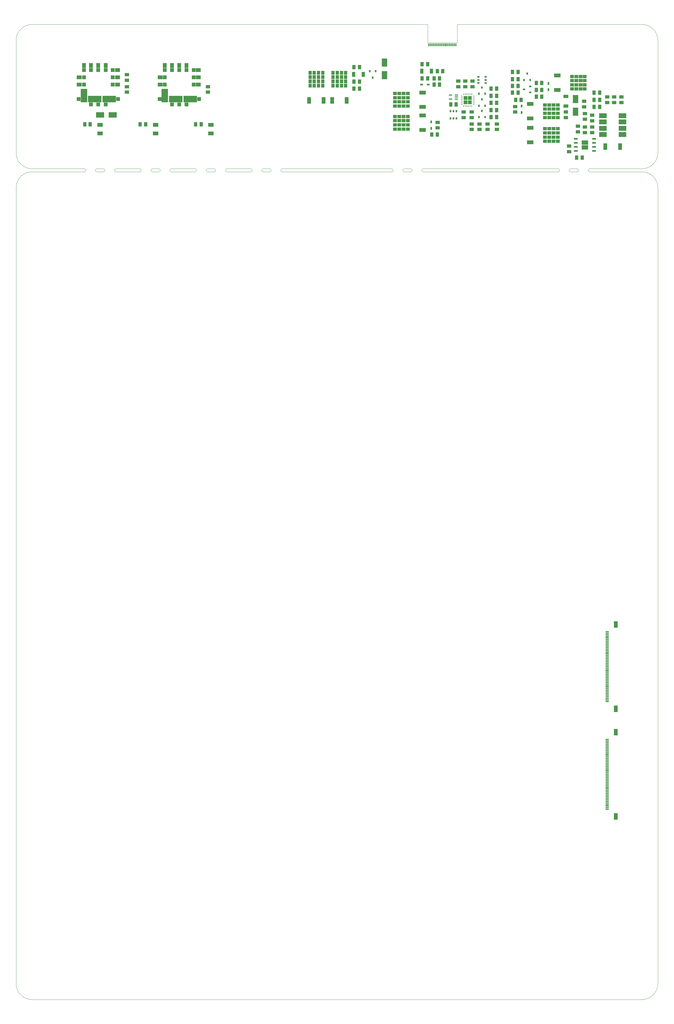
<source format=gbr>
G04 #@! TF.GenerationSoftware,KiCad,Pcbnew,(5.1.6)-1*
G04 #@! TF.CreationDate,2020-08-26T15:11:37+02:00*
G04 #@! TF.ProjectId,element_foxtrot,656c656d-656e-4745-9f66-6f7874726f74,v1.0*
G04 #@! TF.SameCoordinates,Original*
G04 #@! TF.FileFunction,Paste,Top*
G04 #@! TF.FilePolarity,Positive*
%FSLAX46Y46*%
G04 Gerber Fmt 4.6, Leading zero omitted, Abs format (unit mm)*
G04 Created by KiCad (PCBNEW (5.1.6)-1) date 2020-08-26 15:11:37*
%MOMM*%
%LPD*%
G01*
G04 APERTURE LIST*
G04 #@! TA.AperFunction,Profile*
%ADD10C,0.050000*%
G04 #@! TD*
%ADD11R,2.000000X1.350000*%
%ADD12R,1.270000X0.500000*%
%ADD13R,2.400000X1.500000*%
%ADD14R,1.400000X1.100000*%
%ADD15R,1.200000X1.200000*%
%ADD16R,0.250000X0.600000*%
%ADD17R,0.600000X0.250000*%
%ADD18R,1.150000X1.120000*%
%ADD19R,2.150000X1.300000*%
%ADD20R,1.120000X1.150000*%
%ADD21R,1.300000X2.150000*%
%ADD22R,1.050000X1.500000*%
%ADD23R,1.500000X1.050000*%
%ADD24R,0.700000X0.600000*%
%ADD25R,1.300000X2.000000*%
%ADD26R,1.000000X0.300000*%
%ADD27R,1.100000X1.400000*%
%ADD28R,0.350000X0.900000*%
%ADD29R,1.200000X2.070000*%
%ADD30R,0.600000X0.900000*%
%ADD31R,0.860000X0.540000*%
%ADD32R,2.500000X1.700000*%
%ADD33R,0.600000X0.700000*%
%ADD34R,1.000000X0.350000*%
%ADD35R,1.700000X2.500000*%
%ADD36R,1.250000X1.270000*%
%ADD37R,1.270000X1.250000*%
%ADD38R,1.630000X1.270000*%
%ADD39R,1.270000X1.630000*%
%ADD40R,1.270000X1.270000*%
%ADD41R,2.030000X4.320000*%
%ADD42R,4.320000X2.030000*%
%ADD43R,1.750000X1.250000*%
G04 APERTURE END LIST*
D10*
X109000000Y-79000000D02*
X143500000Y-79000000D01*
X143500000Y-78000000D02*
X109000000Y-78000000D01*
X200000000Y-79000000D02*
X202000000Y-79000000D01*
X196000000Y-78000000D02*
X153500000Y-78000000D01*
X147500000Y-79000000D02*
G75*
G02*
X147500000Y-78000000I0J500000D01*
G01*
X153500000Y-79000000D02*
X196000000Y-79000000D01*
X200000000Y-79000000D02*
G75*
G02*
X200000000Y-78000000I0J500000D01*
G01*
X147500000Y-79000000D02*
X149500000Y-79000000D01*
X196000000Y-78000000D02*
G75*
G02*
X196000000Y-79000000I0J-500000D01*
G01*
X143500000Y-78000000D02*
G75*
G02*
X143500000Y-79000000I0J-500000D01*
G01*
X202000000Y-78000000D02*
G75*
G02*
X202000000Y-79000000I0J-500000D01*
G01*
X206000000Y-79000000D02*
G75*
G02*
X206000000Y-78000000I0J500000D01*
G01*
X153500000Y-79000000D02*
G75*
G02*
X153500000Y-78000000I0J500000D01*
G01*
X206000000Y-79000000D02*
X222500000Y-79000000D01*
X222500000Y-78000000D02*
X206000000Y-78000000D01*
X149500000Y-78000000D02*
G75*
G02*
X149500000Y-79000000I0J-500000D01*
G01*
X149500000Y-78000000D02*
X147500000Y-78000000D01*
X202000000Y-78000000D02*
X200000000Y-78000000D01*
X25000000Y-84000000D02*
G75*
G02*
X30000000Y-79000000I5000000J0D01*
G01*
X30000000Y-78000000D02*
G75*
G02*
X25000000Y-73000000I0J5000000D01*
G01*
X227500000Y-335000000D02*
G75*
G02*
X222500000Y-340000000I-5000000J0D01*
G01*
X30000000Y-340000000D02*
G75*
G02*
X25000000Y-335000000I0J5000000D01*
G01*
X99000000Y-78000000D02*
G75*
G02*
X99000000Y-79000000I0J-500000D01*
G01*
X99000000Y-78000000D02*
X91500000Y-78000000D01*
X91500000Y-79000000D02*
G75*
G02*
X91500000Y-78000000I0J500000D01*
G01*
X91500000Y-79000000D02*
X99000000Y-79000000D01*
X81500000Y-78000000D02*
X74000000Y-78000000D01*
X81500000Y-78000000D02*
G75*
G02*
X81500000Y-79000000I0J-500000D01*
G01*
X74000000Y-79000000D02*
G75*
G02*
X74000000Y-78000000I0J500000D01*
G01*
X74000000Y-79000000D02*
X81500000Y-79000000D01*
X50500000Y-79000000D02*
X52500000Y-79000000D01*
X70000000Y-78000000D02*
X68000000Y-78000000D01*
X56500000Y-79000000D02*
X64000000Y-79000000D01*
X68000000Y-79000000D02*
X70000000Y-79000000D01*
X46500000Y-78000000D02*
G75*
G02*
X46500000Y-79000000I0J-500000D01*
G01*
X70000000Y-78000000D02*
G75*
G02*
X70000000Y-79000000I0J-500000D01*
G01*
X52500000Y-78000000D02*
X50500000Y-78000000D01*
X85500000Y-79000000D02*
X87500000Y-79000000D01*
X50500000Y-79000000D02*
G75*
G02*
X50500000Y-78000000I0J500000D01*
G01*
X87500000Y-78000000D02*
X85500000Y-78000000D01*
X68000000Y-79000000D02*
G75*
G02*
X68000000Y-78000000I0J500000D01*
G01*
X46500000Y-78000000D02*
X30000000Y-78000000D01*
X64000000Y-78000000D02*
G75*
G02*
X64000000Y-79000000I0J-500000D01*
G01*
X56500000Y-79000000D02*
G75*
G02*
X56500000Y-78000000I0J500000D01*
G01*
X64000000Y-78000000D02*
X56500000Y-78000000D01*
X30000000Y-79000000D02*
X46500000Y-79000000D01*
X109000000Y-79000000D02*
G75*
G02*
X109000000Y-78000000I0J500000D01*
G01*
X103000000Y-79000000D02*
G75*
G02*
X103000000Y-78000000I0J500000D01*
G01*
X103000000Y-79000000D02*
X105000000Y-79000000D01*
X105000000Y-78000000D02*
X103000000Y-78000000D01*
X52500000Y-78000000D02*
G75*
G02*
X52500000Y-79000000I0J-500000D01*
G01*
X87500000Y-78000000D02*
G75*
G02*
X87500000Y-79000000I0J-500000D01*
G01*
X85500000Y-79000000D02*
G75*
G02*
X85500000Y-78000000I0J500000D01*
G01*
X105000000Y-78000000D02*
G75*
G02*
X105000000Y-79000000I0J-500000D01*
G01*
X25000000Y-73000000D02*
X25000000Y-37500000D01*
X25000000Y-37500000D02*
G75*
G02*
X30000000Y-32500000I5000000J0D01*
G01*
X227500000Y-84000000D02*
X227500000Y-335000000D01*
X222500000Y-79000000D02*
G75*
G02*
X227500000Y-84000000I0J-5000000D01*
G01*
X227500000Y-73000000D02*
G75*
G02*
X222500000Y-78000000I-5000000J0D01*
G01*
X222500000Y-32500000D02*
G75*
G02*
X227500000Y-37500000I0J-5000000D01*
G01*
X154830000Y-38220000D02*
X154830000Y-32500000D01*
X164180000Y-38220000D02*
X154830000Y-38220000D01*
X164180000Y-32500000D02*
X164180000Y-38220000D01*
X164180000Y-32500000D02*
X222500000Y-32500000D01*
X30000000Y-32500000D02*
X154830000Y-32500000D01*
X25000000Y-335000000D02*
X25000000Y-84000000D01*
X222500000Y-340000000D02*
X30000000Y-340000000D01*
X227500000Y-37500000D02*
X227500000Y-73000000D01*
D11*
G04 #@! TO.C,U7*
X204500000Y-69725000D03*
X204500000Y-71275000D03*
D12*
X201642000Y-68595000D03*
X201642000Y-69865000D03*
X201642000Y-71135000D03*
X201642000Y-72405000D03*
X207358000Y-68595000D03*
X207358000Y-69865000D03*
X207358000Y-71135000D03*
X207358000Y-72405000D03*
G04 #@! TD*
D13*
G04 #@! TO.C,L1*
X216350000Y-67250000D03*
X216350000Y-61250000D03*
X216350000Y-65250000D03*
X216350000Y-63250000D03*
X210150000Y-67250000D03*
X210150000Y-65250000D03*
X210150000Y-63250000D03*
X210150000Y-61250000D03*
G04 #@! TD*
D14*
G04 #@! TO.C,C11*
X59940000Y-52125000D03*
X59940000Y-53875000D03*
G04 #@! TD*
G04 #@! TO.C,C10*
X85500000Y-52125000D03*
X85500000Y-53875000D03*
G04 #@! TD*
D15*
G04 #@! TO.C,U2*
X166825000Y-57055000D03*
X168175000Y-57055000D03*
X168175000Y-55705000D03*
X166825000Y-55705000D03*
D16*
X168750000Y-54480000D03*
X168250000Y-54480000D03*
X167750000Y-54480000D03*
X167250000Y-54480000D03*
X166750000Y-54480000D03*
X166250000Y-54480000D03*
D17*
X169400000Y-57630000D03*
X169400000Y-57130000D03*
X169400000Y-56630000D03*
X169400000Y-56130000D03*
X169400000Y-55630000D03*
X169400000Y-55130000D03*
D16*
X168750000Y-58280000D03*
X168250000Y-58280000D03*
X167750000Y-58280000D03*
X167250000Y-58280000D03*
X166750000Y-58280000D03*
X166250000Y-58280000D03*
D17*
X165600000Y-57630000D03*
X165600000Y-57130000D03*
X165600000Y-56630000D03*
X165600000Y-56130000D03*
X165600000Y-55630000D03*
X165600000Y-55130000D03*
G04 #@! TD*
D18*
G04 #@! TO.C,Q6*
X191890000Y-69350000D03*
X191890000Y-68030000D03*
X191890000Y-66710000D03*
X191890000Y-65390000D03*
X193240000Y-69350000D03*
X193240000Y-68030000D03*
X193240000Y-66710000D03*
X193240000Y-65390000D03*
X194590000Y-69350000D03*
X194590000Y-68030000D03*
X194590000Y-66710000D03*
X194590000Y-65390000D03*
X195940000Y-69350000D03*
X195940000Y-68030000D03*
X195940000Y-66710000D03*
X195940000Y-65390000D03*
D19*
X187250000Y-69655000D03*
X187250000Y-65085000D03*
G04 #@! TD*
D20*
G04 #@! TO.C,Q8*
X121730000Y-51795000D03*
X120410000Y-51795000D03*
X119090000Y-51795000D03*
X117770000Y-51795000D03*
X121730000Y-50445000D03*
X120410000Y-50445000D03*
X119090000Y-50445000D03*
X117770000Y-50445000D03*
X121730000Y-49095000D03*
X120410000Y-49095000D03*
X119090000Y-49095000D03*
X117770000Y-49095000D03*
X121730000Y-47745000D03*
X120410000Y-47745000D03*
X119090000Y-47745000D03*
X117770000Y-47745000D03*
D21*
X122035000Y-56435000D03*
X117465000Y-56435000D03*
G04 #@! TD*
D20*
G04 #@! TO.C,Q9*
X128980000Y-51795000D03*
X127660000Y-51795000D03*
X126340000Y-51795000D03*
X125020000Y-51795000D03*
X128980000Y-50445000D03*
X127660000Y-50445000D03*
X126340000Y-50445000D03*
X125020000Y-50445000D03*
X128980000Y-49095000D03*
X127660000Y-49095000D03*
X126340000Y-49095000D03*
X125020000Y-49095000D03*
X128980000Y-47745000D03*
X127660000Y-47745000D03*
X126340000Y-47745000D03*
X125020000Y-47745000D03*
D21*
X129285000Y-56435000D03*
X124715000Y-56435000D03*
G04 #@! TD*
D18*
G04 #@! TO.C,Q4*
X148610000Y-61520000D03*
X148610000Y-62840000D03*
X148610000Y-64160000D03*
X148610000Y-65480000D03*
X147260000Y-61520000D03*
X147260000Y-62840000D03*
X147260000Y-64160000D03*
X147260000Y-65480000D03*
X145910000Y-61520000D03*
X145910000Y-62840000D03*
X145910000Y-64160000D03*
X145910000Y-65480000D03*
X144560000Y-61520000D03*
X144560000Y-62840000D03*
X144560000Y-64160000D03*
X144560000Y-65480000D03*
D19*
X153250000Y-61215000D03*
X153250000Y-65785000D03*
G04 #@! TD*
D18*
G04 #@! TO.C,Q3*
X191890000Y-61850000D03*
X191890000Y-60530000D03*
X191890000Y-59210000D03*
X191890000Y-57890000D03*
X193240000Y-61850000D03*
X193240000Y-60530000D03*
X193240000Y-59210000D03*
X193240000Y-57890000D03*
X194590000Y-61850000D03*
X194590000Y-60530000D03*
X194590000Y-59210000D03*
X194590000Y-57890000D03*
X195940000Y-61850000D03*
X195940000Y-60530000D03*
X195940000Y-59210000D03*
X195940000Y-57890000D03*
D19*
X187250000Y-62155000D03*
X187250000Y-57585000D03*
G04 #@! TD*
D18*
G04 #@! TO.C,Q2*
X148610000Y-54270000D03*
X148610000Y-55590000D03*
X148610000Y-56910000D03*
X148610000Y-58230000D03*
X147260000Y-54270000D03*
X147260000Y-55590000D03*
X147260000Y-56910000D03*
X147260000Y-58230000D03*
X145910000Y-54270000D03*
X145910000Y-55590000D03*
X145910000Y-56910000D03*
X145910000Y-58230000D03*
X144560000Y-54270000D03*
X144560000Y-55590000D03*
X144560000Y-56910000D03*
X144560000Y-58230000D03*
D19*
X153250000Y-53965000D03*
X153250000Y-58535000D03*
G04 #@! TD*
D18*
G04 #@! TO.C,Q1*
X200390000Y-52850000D03*
X200390000Y-51530000D03*
X200390000Y-50210000D03*
X200390000Y-48890000D03*
X201740000Y-52850000D03*
X201740000Y-51530000D03*
X201740000Y-50210000D03*
X201740000Y-48890000D03*
X203090000Y-52850000D03*
X203090000Y-51530000D03*
X203090000Y-50210000D03*
X203090000Y-48890000D03*
X204440000Y-52850000D03*
X204440000Y-51530000D03*
X204440000Y-50210000D03*
X204440000Y-48890000D03*
D19*
X195750000Y-53155000D03*
X195750000Y-48585000D03*
G04 #@! TD*
D22*
G04 #@! TO.C,LD3*
X131475000Y-48250000D03*
X134525000Y-48250000D03*
G04 #@! TD*
D23*
G04 #@! TO.C,LD2*
X198500000Y-55225000D03*
X198500000Y-58275000D03*
G04 #@! TD*
D22*
G04 #@! TO.C,LD1*
X152975000Y-47250000D03*
X156025000Y-47250000D03*
G04 #@! TD*
D24*
G04 #@! TO.C,U6*
X173150000Y-49050000D03*
X173150000Y-50000000D03*
X173150000Y-50950000D03*
X170850000Y-50950000D03*
X170850000Y-50000000D03*
X170850000Y-49050000D03*
G04 #@! TD*
D25*
G04 #@! TO.C,J8*
X214200000Y-255700000D03*
X214200000Y-282300000D03*
D26*
X211500000Y-258000000D03*
X211500000Y-258500000D03*
X211500000Y-259000000D03*
X211500000Y-259500000D03*
X211500000Y-260000000D03*
X211500000Y-260500000D03*
X211500000Y-261000000D03*
X211500000Y-261500000D03*
X211500000Y-262000000D03*
X211500000Y-262500000D03*
X211500000Y-263000000D03*
X211500000Y-263500000D03*
X211500000Y-264000000D03*
X211500000Y-264500000D03*
X211500000Y-265000000D03*
X211500000Y-265500000D03*
X211500000Y-266000000D03*
X211500000Y-266500000D03*
X211500000Y-267000000D03*
X211500000Y-267500000D03*
X211500000Y-268000000D03*
X211500000Y-268500000D03*
X211500000Y-269000000D03*
X211500000Y-269500000D03*
X211500000Y-270000000D03*
X211500000Y-270500000D03*
X211500000Y-271000000D03*
X211500000Y-271500000D03*
X211500000Y-272000000D03*
X211500000Y-272500000D03*
X211500000Y-273000000D03*
X211500000Y-273500000D03*
X211500000Y-274000000D03*
X211500000Y-274500000D03*
X211500000Y-275000000D03*
X211500000Y-275500000D03*
X211500000Y-276000000D03*
X211500000Y-276500000D03*
X211500000Y-277000000D03*
X211500000Y-277500000D03*
X211500000Y-278000000D03*
X211500000Y-278500000D03*
X211500000Y-279000000D03*
X211500000Y-279500000D03*
X211500000Y-280000000D03*
G04 #@! TD*
D25*
G04 #@! TO.C,J6*
X214200000Y-221700000D03*
X214200000Y-248300000D03*
D26*
X211500000Y-224000000D03*
X211500000Y-224500000D03*
X211500000Y-225000000D03*
X211500000Y-225500000D03*
X211500000Y-226000000D03*
X211500000Y-226500000D03*
X211500000Y-227000000D03*
X211500000Y-227500000D03*
X211500000Y-228000000D03*
X211500000Y-228500000D03*
X211500000Y-229000000D03*
X211500000Y-229500000D03*
X211500000Y-230000000D03*
X211500000Y-230500000D03*
X211500000Y-231000000D03*
X211500000Y-231500000D03*
X211500000Y-232000000D03*
X211500000Y-232500000D03*
X211500000Y-233000000D03*
X211500000Y-233500000D03*
X211500000Y-234000000D03*
X211500000Y-234500000D03*
X211500000Y-235000000D03*
X211500000Y-235500000D03*
X211500000Y-236000000D03*
X211500000Y-236500000D03*
X211500000Y-237000000D03*
X211500000Y-237500000D03*
X211500000Y-238000000D03*
X211500000Y-238500000D03*
X211500000Y-239000000D03*
X211500000Y-239500000D03*
X211500000Y-240000000D03*
X211500000Y-240500000D03*
X211500000Y-241000000D03*
X211500000Y-241500000D03*
X211500000Y-242000000D03*
X211500000Y-242500000D03*
X211500000Y-243000000D03*
X211500000Y-243500000D03*
X211500000Y-244000000D03*
X211500000Y-244500000D03*
X211500000Y-245000000D03*
X211500000Y-245500000D03*
X211500000Y-246000000D03*
G04 #@! TD*
D27*
G04 #@! TO.C,R15*
X133375000Y-50500000D03*
X131625000Y-50500000D03*
G04 #@! TD*
D28*
G04 #@! TO.C,P1*
X163750000Y-38970000D03*
X163250000Y-38970000D03*
X162750000Y-38970000D03*
X162250000Y-38970000D03*
X161750000Y-38970000D03*
X161250000Y-38970000D03*
X160750000Y-38970000D03*
X160250000Y-38970000D03*
X159750000Y-38970000D03*
X159250000Y-38970000D03*
X158750000Y-38970000D03*
X158250000Y-38970000D03*
X157750000Y-38970000D03*
X157250000Y-38970000D03*
X156750000Y-38970000D03*
X156250000Y-38970000D03*
X155750000Y-38970000D03*
X155250000Y-38970000D03*
G04 #@! TD*
D14*
G04 #@! TO.C,R14*
X166250000Y-61875000D03*
X166250000Y-60125000D03*
G04 #@! TD*
D27*
G04 #@! TO.C,R3*
X163875000Y-57750000D03*
X162125000Y-57750000D03*
G04 #@! TD*
D14*
G04 #@! TO.C,C7*
X166750000Y-52125000D03*
X166750000Y-50375000D03*
G04 #@! TD*
G04 #@! TO.C,C6*
X169000000Y-52125000D03*
X169000000Y-50375000D03*
G04 #@! TD*
G04 #@! TO.C,C5*
X164500000Y-52125000D03*
X164500000Y-50375000D03*
G04 #@! TD*
G04 #@! TO.C,R34*
X211500000Y-55375000D03*
X211500000Y-57125000D03*
G04 #@! TD*
D27*
G04 #@! TO.C,D17*
X209125000Y-54000000D03*
X207375000Y-54000000D03*
G04 #@! TD*
D24*
G04 #@! TO.C,U1*
X185250000Y-53000000D03*
X187250000Y-52050000D03*
X187250000Y-53950000D03*
G04 #@! TD*
D27*
G04 #@! TO.C,D15*
X176625000Y-59500000D03*
X174875000Y-59500000D03*
G04 #@! TD*
G04 #@! TO.C,D14*
X176625000Y-57250000D03*
X174875000Y-57250000D03*
G04 #@! TD*
G04 #@! TO.C,D12*
X133375000Y-46000000D03*
X131625000Y-46000000D03*
G04 #@! TD*
D14*
G04 #@! TO.C,D7*
X198500000Y-60125000D03*
X198500000Y-61875000D03*
G04 #@! TD*
D27*
G04 #@! TO.C,D6*
X157875000Y-47250000D03*
X159625000Y-47250000D03*
G04 #@! TD*
D14*
G04 #@! TO.C,R26*
X173750000Y-65625000D03*
X173750000Y-63875000D03*
G04 #@! TD*
G04 #@! TO.C,R25*
X171250000Y-65625000D03*
X171250000Y-63875000D03*
G04 #@! TD*
G04 #@! TO.C,R24*
X168750000Y-65625000D03*
X168750000Y-63875000D03*
G04 #@! TD*
G04 #@! TO.C,R17*
X59940000Y-48375000D03*
X59940000Y-50125000D03*
G04 #@! TD*
D27*
G04 #@! TO.C,R30*
X176625000Y-52750000D03*
X174875000Y-52750000D03*
G04 #@! TD*
D14*
G04 #@! TO.C,R29*
X168750000Y-60125000D03*
X168750000Y-61875000D03*
G04 #@! TD*
D27*
G04 #@! TO.C,R28*
X176625000Y-61750000D03*
X174875000Y-61750000D03*
G04 #@! TD*
G04 #@! TO.C,R16*
X133375000Y-52750000D03*
X131625000Y-52750000D03*
G04 #@! TD*
G04 #@! TO.C,R27*
X176625000Y-55000000D03*
X174875000Y-55000000D03*
G04 #@! TD*
G04 #@! TO.C,R13*
X182625000Y-56250000D03*
X184375000Y-56250000D03*
G04 #@! TD*
D14*
G04 #@! TO.C,R12*
X182500000Y-58375000D03*
X182500000Y-60125000D03*
G04 #@! TD*
D27*
G04 #@! TO.C,R11*
X157875000Y-67250000D03*
X156125000Y-67250000D03*
G04 #@! TD*
G04 #@! TO.C,R10*
X181625000Y-47500000D03*
X183375000Y-47500000D03*
G04 #@! TD*
G04 #@! TO.C,R9*
X181625000Y-49750000D03*
X183375000Y-49750000D03*
G04 #@! TD*
G04 #@! TO.C,R8*
X189125000Y-53120000D03*
X190875000Y-53120000D03*
G04 #@! TD*
D14*
G04 #@! TO.C,R7*
X158000000Y-65125000D03*
X158000000Y-63375000D03*
G04 #@! TD*
G04 #@! TO.C,R35*
X202250000Y-66375000D03*
X202250000Y-64625000D03*
G04 #@! TD*
D27*
G04 #@! TO.C,R33*
X209125000Y-58500000D03*
X207375000Y-58500000D03*
G04 #@! TD*
G04 #@! TO.C,R6*
X181625000Y-51870000D03*
X183375000Y-51870000D03*
G04 #@! TD*
G04 #@! TO.C,R5*
X189125000Y-55250000D03*
X190875000Y-55250000D03*
G04 #@! TD*
D14*
G04 #@! TO.C,R32*
X204500000Y-60625000D03*
X204500000Y-62375000D03*
G04 #@! TD*
D27*
G04 #@! TO.C,R4*
X189125000Y-51000000D03*
X190875000Y-51000000D03*
G04 #@! TD*
D14*
G04 #@! TO.C,R31*
X206750000Y-62875000D03*
X206750000Y-61125000D03*
G04 #@! TD*
D27*
G04 #@! TO.C,R2*
X154875000Y-49500000D03*
X153125000Y-49500000D03*
G04 #@! TD*
G04 #@! TO.C,R1*
X158625000Y-51500000D03*
X156875000Y-51500000D03*
G04 #@! TD*
D14*
G04 #@! TO.C,C15*
X176750000Y-63875000D03*
X176750000Y-65625000D03*
G04 #@! TD*
D27*
G04 #@! TO.C,C4*
X181625000Y-54000000D03*
X183375000Y-54000000D03*
G04 #@! TD*
G04 #@! TO.C,C22*
X207375000Y-56250000D03*
X209125000Y-56250000D03*
G04 #@! TD*
G04 #@! TO.C,C2*
X156875000Y-49500000D03*
X158625000Y-49500000D03*
G04 #@! TD*
D14*
G04 #@! TO.C,C19*
X204500000Y-64875000D03*
X204500000Y-66625000D03*
G04 #@! TD*
G04 #@! TO.C,C18*
X206750000Y-64875000D03*
X206750000Y-66625000D03*
G04 #@! TD*
G04 #@! TO.C,C1*
X204250000Y-56725000D03*
X204250000Y-58475000D03*
G04 #@! TD*
D27*
G04 #@! TO.C,C17*
X203625000Y-74500000D03*
X201875000Y-74500000D03*
G04 #@! TD*
D14*
G04 #@! TO.C,F7*
X213750000Y-57125000D03*
X213750000Y-55375000D03*
G04 #@! TD*
D29*
G04 #@! TO.C,D16*
X215570000Y-71000000D03*
X210930000Y-71000000D03*
G04 #@! TD*
D30*
G04 #@! TO.C,D10*
X184500000Y-60240000D03*
X184500000Y-58250000D03*
G04 #@! TD*
G04 #@! TO.C,D8*
X156000000Y-63255000D03*
X156000000Y-65245000D03*
G04 #@! TD*
G04 #@! TO.C,D5*
X193000000Y-53115000D03*
X193000000Y-51125000D03*
G04 #@! TD*
D27*
G04 #@! TO.C,C14*
X46625000Y-64000000D03*
X48375000Y-64000000D03*
G04 #@! TD*
G04 #@! TO.C,C13*
X64125000Y-64000000D03*
X65875000Y-64000000D03*
G04 #@! TD*
G04 #@! TO.C,C12*
X81625000Y-64000000D03*
X83375000Y-64000000D03*
G04 #@! TD*
G04 #@! TO.C,C3*
X153125000Y-45000000D03*
X154875000Y-45000000D03*
G04 #@! TD*
D31*
G04 #@! TO.C,D4*
X152930000Y-51500000D03*
X155070000Y-51500000D03*
G04 #@! TD*
D32*
G04 #@! TO.C,D13*
X51500000Y-61000000D03*
X55500000Y-61000000D03*
G04 #@! TD*
D33*
G04 #@! TO.C,D11*
X172000000Y-52380000D03*
X172950000Y-54380000D03*
X171050000Y-54380000D03*
G04 #@! TD*
G04 #@! TO.C,D9*
X172000000Y-56130000D03*
X172950000Y-58130000D03*
X171050000Y-58130000D03*
G04 #@! TD*
G04 #@! TO.C,U5*
X163950000Y-62150000D03*
X163000000Y-62150000D03*
X162050000Y-62150000D03*
X162050000Y-59850000D03*
X163000000Y-59850000D03*
X163950000Y-59850000D03*
G04 #@! TD*
G04 #@! TO.C,Q10*
X172000000Y-59750000D03*
X172950000Y-61750000D03*
X171050000Y-61750000D03*
G04 #@! TD*
G04 #@! TO.C,Q7*
X137500000Y-49250000D03*
X136550000Y-47250000D03*
X138450000Y-47250000D03*
G04 #@! TD*
G04 #@! TO.C,Q5*
X186250000Y-48000000D03*
X187200000Y-50000000D03*
X185300000Y-50000000D03*
G04 #@! TD*
D34*
G04 #@! TO.C,D3*
X162050000Y-56030000D03*
X162050000Y-54730000D03*
X163950000Y-54730000D03*
X163950000Y-55380000D03*
X163950000Y-56030000D03*
G04 #@! TD*
D35*
G04 #@! TO.C,D2*
X141250000Y-48500000D03*
X141250000Y-44500000D03*
G04 #@! TD*
G04 #@! TO.C,D1*
X201500000Y-56000000D03*
X201500000Y-60000000D03*
G04 #@! TD*
D14*
G04 #@! TO.C,C20*
X216000000Y-55375000D03*
X216000000Y-57125000D03*
G04 #@! TD*
G04 #@! TO.C,C16*
X199500000Y-70875000D03*
X199500000Y-72625000D03*
G04 #@! TD*
D36*
G04 #@! TO.C,DC/DC2*
X57150000Y-56070000D03*
X44730000Y-56070000D03*
D37*
X53230000Y-57710000D03*
X50940000Y-57710000D03*
X48650000Y-57710000D03*
D38*
X44920000Y-51500000D03*
X44920000Y-49210000D03*
D39*
X46370000Y-45480000D03*
X48650000Y-45480000D03*
X50940000Y-45480000D03*
X53230000Y-45480000D03*
D38*
X56960000Y-46930000D03*
X56960000Y-49210000D03*
X56960000Y-51500000D03*
D40*
X48650000Y-46930000D03*
X46370000Y-49210000D03*
X55510000Y-49210000D03*
X55510000Y-46930000D03*
X53230000Y-46930000D03*
X50940000Y-46930000D03*
X46370000Y-46930000D03*
X46370000Y-51500000D03*
D41*
X46370000Y-54930000D03*
D42*
X49800000Y-56070000D03*
X54370000Y-56070000D03*
D40*
X55510000Y-51500000D03*
G04 #@! TD*
D43*
G04 #@! TO.C,R23*
X51500000Y-64125000D03*
X51500000Y-66875000D03*
G04 #@! TD*
G04 #@! TO.C,R22*
X69000000Y-64125000D03*
X69000000Y-66875000D03*
G04 #@! TD*
G04 #@! TO.C,R21*
X86500000Y-64125000D03*
X86500000Y-66875000D03*
G04 #@! TD*
D36*
G04 #@! TO.C,DC/DC1*
X82710000Y-56070000D03*
X70290000Y-56070000D03*
D37*
X78790000Y-57710000D03*
X76500000Y-57710000D03*
X74210000Y-57710000D03*
D38*
X70480000Y-51500000D03*
X70480000Y-49210000D03*
D39*
X71930000Y-45480000D03*
X74210000Y-45480000D03*
X76500000Y-45480000D03*
X78790000Y-45480000D03*
D38*
X82520000Y-46930000D03*
X82520000Y-49210000D03*
X82520000Y-51500000D03*
D40*
X74210000Y-46930000D03*
X71930000Y-49210000D03*
X81070000Y-49210000D03*
X81070000Y-46930000D03*
X78790000Y-46930000D03*
X76500000Y-46930000D03*
X71930000Y-46930000D03*
X71930000Y-51500000D03*
D41*
X71930000Y-54930000D03*
D42*
X75360000Y-56070000D03*
X79930000Y-56070000D03*
D40*
X81070000Y-51500000D03*
G04 #@! TD*
M02*

</source>
